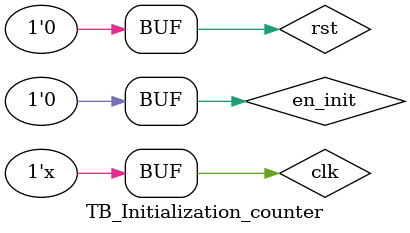
<source format=v>
`include "/c:.../Initialization_counter.v"

module TB_Initialization_counter();
    reg clk, rst;
    reg en_init;
    wire [7:0] addr;
    wire signed [8:0] data;
    wire end_init;

    // Istanza del modulo iniz
    Initialization_counter init(
        .clk(clk),
        .rst(rst),
        .en_init(en_init),
        .addr(addr),
        .data(data),
        .end_init(end_init)
    );

    // Generazione del clock
    always #0.5 clk = !clk;

    // Stimolo
    initial begin
        // Inizializzazione
        
        rst = 1;
        

        // Reset attivo
        #1 rst = 0;
        clk=0;
         en_init = 1;
        #200 en_init = 0;

    end
endmodule

</source>
